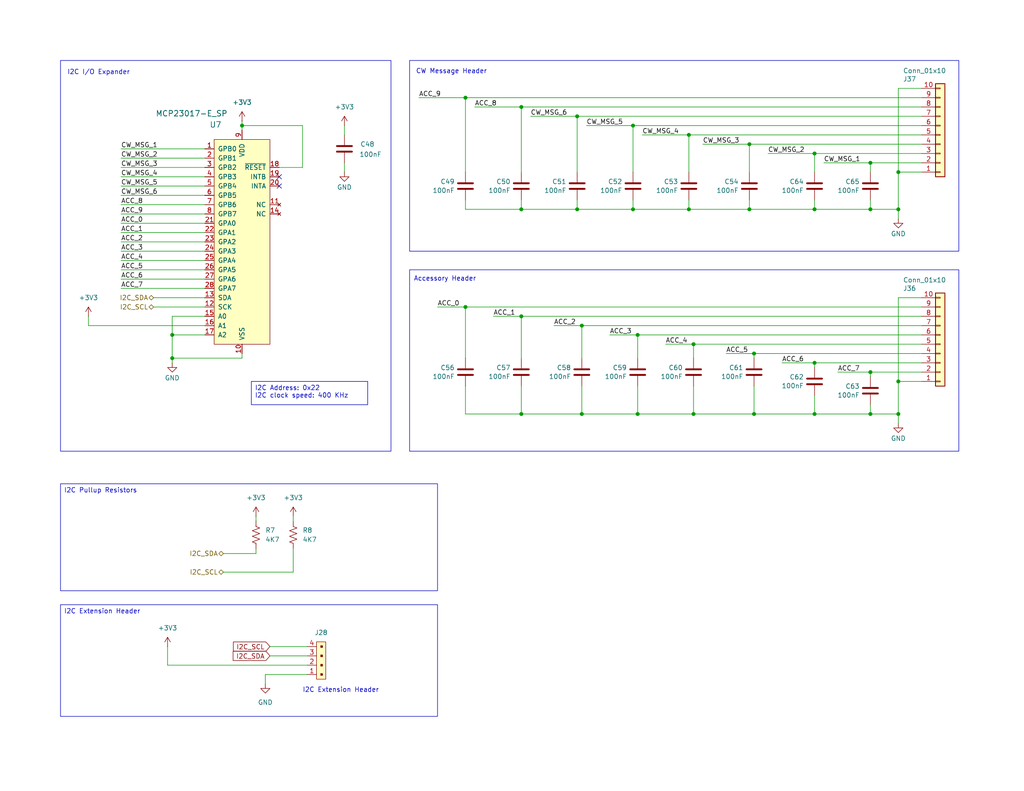
<source format=kicad_sch>
(kicad_sch (version 20250114) (generator "eeschema") (generator_version "9.0")
  (paper "USLetter")
  (title_block (title "KD0RC TeensyMaestro") (date "2025-07-27") (rev "v3.0") (company "NV0E") (comment 1 "Based on original design by KD0RC.") (comment 3 "PCB design by NV0E"))
  (lib_symbols
    (symbol "Connector_Generic:Conn_01x10" (pin_names (offset 1.016) (hide yes))
      (property "Reference" "J" (at 0 12.7 0))
      (property "Value" "Conn_01x10" (at 0 -15.24 0))
      (symbol "Conn_01x10_1_1"
        (rectangle (start -1.27 11.43) (end 1.27 -13.97) (stroke (width 0.254)) (fill (type background)))
        (rectangle (start -1.27 10.287) (end 0 10.033) (stroke (width 0.1524)))
        (rectangle (start -1.27 7.747) (end 0 7.493) (stroke (width 0.1524)))
        (rectangle (start -1.27 5.207) (end 0 4.953) (stroke (width 0.1524)))
        (rectangle (start -1.27 2.667) (end 0 2.413) (stroke (width 0.1524)))
        (rectangle (start -1.27 0.127) (end 0 -0.127) (stroke (width 0.1524)))
        (rectangle (start -1.27 -2.413) (end 0 -2.667) (stroke (width 0.1524)))
        (rectangle (start -1.27 -4.953) (end 0 -5.207) (stroke (width 0.1524)))
        (rectangle (start -1.27 -7.493) (end 0 -7.747) (stroke (width 0.1524)))
        (rectangle (start -1.27 -10.033) (end 0 -10.287) (stroke (width 0.1524)))
        (rectangle (start -1.27 -12.573) (end 0 -12.827) (stroke (width 0.1524)))
        (pin passive line (at -5.08 10.16 0) (length 3.81) (name "Pin_1") (number "1"))
        (pin passive line (at -5.08 7.62 0) (length 3.81) (name "Pin_2") (number "2"))
        (pin passive line (at -5.08 5.08 0) (length 3.81) (name "Pin_3") (number "3"))
        (pin passive line (at -5.08 2.54 0) (length 3.81) (name "Pin_4") (number "4"))
        (pin passive line (at -5.08 0 0) (length 3.81) (name "Pin_5") (number "5"))
        (pin passive line (at -5.08 -2.54 0) (length 3.81) (name "Pin_6") (number "6"))
        (pin passive line (at -5.08 -5.08 0) (length 3.81) (name "Pin_7") (number "7"))
        (pin passive line (at -5.08 -7.62 0) (length 3.81) (name "Pin_8") (number "8"))
        (pin passive line (at -5.08 -10.16 0) (length 3.81) (name "Pin_9") (number "9"))
        (pin passive line (at -5.08 -12.7 0) (length 3.81) (name "Pin_10") (number "10"))
      )
    )
    (symbol "Device:C" (pin_numbers (hide yes)) (pin_names (offset 0.254))
      (property "Reference" "C" (at 0.635 2.54 0))
      (property "Value" "C" (at 0.635 -2.54 0))
      (symbol "C_0_1"
        (polyline (pts (xy -2.032 0.762) (xy 2.032 0.762)) (stroke (width 0.508)))
        (polyline (pts (xy -2.032 -0.762) (xy 2.032 -0.762)) (stroke (width 0.508)))
      )
      (symbol "C_1_1"
        (pin passive line (at 0 3.81 270) (length 2.794) (name "~") (number "1"))
        (pin passive line (at 0 -3.81 90) (length 2.794) (name "~") (number "2"))
      )
    )
    (symbol "Device:R_US" (pin_numbers (hide yes)) (pin_names (offset 0))
      (property "Reference" "R" (at 2.54 0 90))
      (property "Value" "R_US" (at -2.54 0 90))
      (symbol "R_US_0_1"
        (polyline (pts (xy 0 2.286) (xy 0 2.54)))
        (polyline (pts (xy 0 2.286) (xy 1.016 1.905) (xy 0 1.524) (xy -1.016 1.143) (xy 0 0.762)))
        (polyline (pts (xy 0 0.762) (xy 1.016 0.381) (xy 0 0) (xy -1.016 -0.381) (xy 0 -0.762)))
        (polyline (pts (xy 0 -0.762) (xy 1.016 -1.143) (xy 0 -1.524) (xy -1.016 -1.905) (xy 0 -2.286)))
        (polyline (pts (xy 0 -2.286) (xy 0 -2.54)))
      )
      (symbol "R_US_1_1"
        (pin passive line (at 0 3.81 270) (length 1.27) (name "~") (number "1"))
        (pin passive line (at 0 -3.81 90) (length 1.27) (name "~") (number "2"))
      )
    )
    (symbol "dk_Interface-I-O-Expanders:MCP23017-E_SP" (pin_names (offset 1.016))
      (property "Reference" "U" (at -2.54 19.05 0))
      (property "Value" "MCP23017-E_SP" (at 5.08 -17.78 90))
      (symbol "MCP23017-E_SP_0_1"
        (rectangle (start -5.08 17.78) (end 10.16 -38.1) (fill (type background)))
      )
      (symbol "MCP23017-E_SP_1_1"
        (pin bidirectional line (at -7.62 15.24 0) (length 2.54) (name "GPB0") (number "1"))
        (pin bidirectional line (at -7.62 12.7 0) (length 2.54) (name "GPB1") (number "2"))
        (pin bidirectional line (at -7.62 10.16 0) (length 2.54) (name "GPB2") (number "3"))
        (pin bidirectional line (at -7.62 7.62 0) (length 2.54) (name "GPB3") (number "4"))
        (pin bidirectional line (at -7.62 5.08 0) (length 2.54) (name "GPB4") (number "5"))
        (pin bidirectional line (at -7.62 2.54 0) (length 2.54) (name "GPB5") (number "6"))
        (pin bidirectional line (at -7.62 0 0) (length 2.54) (name "GPB6") (number "7"))
        (pin bidirectional line (at -7.62 -2.54 0) (length 2.54) (name "GPB7") (number "8"))
        (pin bidirectional line (at -7.62 -5.08 0) (length 2.54) (name "GPA0") (number "21"))
        (pin bidirectional line (at -7.62 -7.62 0) (length 2.54) (name "GPA1") (number "22"))
        (pin bidirectional line (at -7.62 -10.16 0) (length 2.54) (name "GPA2") (number "23"))
        (pin bidirectional line (at -7.62 -12.7 0) (length 2.54) (name "GPA3") (number "24"))
        (pin bidirectional line (at -7.62 -15.24 0) (length 2.54) (name "GPA4") (number "25"))
        (pin bidirectional line (at -7.62 -17.78 0) (length 2.54) (name "GPA5") (number "26"))
        (pin bidirectional line (at -7.62 -20.32 0) (length 2.54) (name "GPA6") (number "27"))
        (pin bidirectional line (at -7.62 -22.86 0) (length 2.54) (name "GPA7") (number "28"))
        (pin bidirectional line (at -7.62 -25.4 0) (length 2.54) (name "SDA") (number "13"))
        (pin input line (at -7.62 -27.94 0) (length 2.54) (name "SCK") (number "12"))
        (pin input line (at -7.62 -30.48 0) (length 2.54) (name "A0") (number "15"))
        (pin input line (at -7.62 -33.02 0) (length 2.54) (name "A1") (number "16"))
        (pin input line (at -7.62 -35.56 0) (length 2.54) (name "A2") (number "17"))
        (pin power_in line (at 2.54 20.32 270) (length 2.54) (name "VDD") (number "9"))
        (pin power_in line (at 2.54 -40.64 90) (length 2.54) (name "VSS") (number "10"))
        (pin output line (at 12.7 10.16 180) (length 2.54) (name "~{RESET}") (number "18"))
        (pin output line (at 12.7 7.62 180) (length 2.54) (name "INTB") (number "19"))
        (pin output line (at 12.7 5.08 180) (length 2.54) (name "INTA") (number "20"))
        (pin no_connect line (at 12.7 0 180) (length 2.54) (name "NC") (number "11"))
        (pin no_connect line (at 12.7 -2.54 180) (length 2.54) (name "NC") (number "14"))
      )
    )
    (symbol "dk_Rectangular-Connectors-Headers-Male-Pins:B4B-PH-K-S_LF__SN_" (pin_names (offset 1.016))
      (property "Reference" "J" (at -2.54 -1.27 0))
      (property "Value" "B4B-PH-K-S_LF__SN_" (at 3.81 -3.81 0))
      (symbol "B4B-PH-K-S_LF__SN__1_1"
        (rectangle (start -1.27 0) (end 8.89 -2.54) (fill (type background)))
        (rectangle (start -0.254 -1.143) (end 0.254 -1.651) (fill (type outline)))
        (rectangle (start 2.286 -1.143) (end 2.794 -1.651) (fill (type outline)))
        (rectangle (start 4.826 -1.143) (end 5.334 -1.651) (fill (type outline)))
        (rectangle (start 7.366 -1.143) (end 7.874 -1.651) (fill (type outline)))
        (pin passive line (at 0 2.54 270) (length 2.54) (name "~") (number "1"))
        (pin passive line (at 2.54 2.54 270) (length 2.54) (name "~") (number "2"))
        (pin passive line (at 5.08 2.54 270) (length 2.54) (name "~") (number "3"))
        (pin passive line (at 7.62 2.54 270) (length 2.54) (name "~") (number "4"))
      )
    )
    (symbol "power:+3.3V" (power) (pin_numbers (hide yes)) (pin_names (offset 0) (hide yes))
      (property "Value" "+3.3V" (at 0 3.556 0))
      (symbol "+3.3V_0_1"
        (polyline (pts (xy -0.762 1.27) (xy 0 2.54)))
        (polyline (pts (xy 0 2.54) (xy 0.762 1.27)))
        (polyline (pts (xy 0 0) (xy 0 2.54)))
      )
      (symbol "+3.3V_1_1"
        (pin power_in line (at 0 0 90) (length 0) (name "~") (number "1"))
      )
    )
    (symbol "power:GND" (power) (pin_numbers (hide yes)) (pin_names (offset 0) (hide yes))
      (property "Value" "GND" (at 0 -3.81 0))
      (symbol "GND_0_1"
        (polyline (pts (xy 0 0) (xy 0 -1.27) (xy 1.27 -1.27) (xy 0 -2.54) (xy -1.27 -1.27) (xy 0 -1.27)))
      )
      (symbol "GND_1_1"
        (pin power_in line (at 0 0 270) (length 0) (name "~") (number "1"))
      )
    )
  )
  (rectangle (start 111.76 73.66) (end 261.62 123.19))
  (rectangle (start 16.51 16.51) (end 106.68 123.19))
  (rectangle (start 111.76 16.51) (end 261.62 68.58))
  (text "Accessory Header" (at 121.412 76.2 0) (effects (font (size 1.27 1.27))))
  (text "I2C Extension Header" (at 82.55 189.23 0) (effects (font (size 1.27 1.27)) (justify left bottom)))
  (text "I2C I/O Expander" (at 26.924 19.812 0) (effects (font (size 1.27 1.27))))
  (text "CW Message Header" (at 123.19 19.558 0) (effects (font (size 1.27 1.27))))
  (text_box "I2C Extension Header" (at 16.51 165.1 0) (size 102.87 30.48) (margins 0.9525 0.9525 0.9525 0.9525) (effects (font (size 1.27 1.27)) (justify left top)))
  (text_box "I2C Pullup Resistors" (at 16.51 132.08 0) (size 102.87 29.21) (margins 0.9525 0.9525 0.9525 0.9525) (effects (font (size 1.27 1.27)) (justify left top)))
  (text_box "I2C Address: 0x22\nI2C clock speed: 400 KHz" (at 68.58 104.14 0) (size 31.75 6.35) (margins 0.9525 0.9525 0.9525 0.9525) (effects (font (size 1.27 1.27)) (justify left top)))
  (junction (at 46.99 97.79))
  (junction (at 222.25 99.06))
  (junction (at 127 83.82))
  (junction (at 245.11 57.15))
  (junction (at 187.96 57.15))
  (junction (at 46.99 91.44))
  (junction (at 237.49 101.6))
  (junction (at 237.49 113.03))
  (junction (at 222.25 41.91))
  (junction (at 173.99 91.44))
  (junction (at 245.11 113.03))
  (junction (at 205.74 96.52))
  (junction (at 172.72 57.15))
  (junction (at 158.75 88.9))
  (junction (at 127 26.67))
  (junction (at 222.25 113.03))
  (junction (at 204.47 57.15))
  (junction (at 172.72 34.29))
  (junction (at 237.49 57.15))
  (junction (at 157.48 31.75))
  (junction (at 189.23 113.03))
  (junction (at 158.75 113.03))
  (junction (at 142.24 86.36))
  (junction (at 245.11 104.14))
  (junction (at 142.24 57.15))
  (junction (at 205.74 113.03))
  (junction (at 142.24 29.21))
  (junction (at 142.24 113.03))
  (junction (at 245.11 46.99))
  (junction (at 204.47 39.37))
  (junction (at 157.48 57.15))
  (junction (at 173.99 113.03))
  (junction (at 66.04 34.29))
  (junction (at 237.49 44.45))
  (junction (at 189.23 93.98))
  (junction (at 222.25 57.15))
  (junction (at 187.96 36.83))
  (no_connect (at 76.2 48.26))
  (no_connect (at 76.2 50.8))
  (wire (pts (xy 222.25 99.06) (xy 251.46 99.06)))
  (wire (pts (xy 69.85 140.97) (xy 69.85 142.24)))
  (wire (pts (xy 189.23 97.79) (xy 189.23 93.98)))
  (wire (pts (xy 237.49 54.61) (xy 237.49 57.15)))
  (wire (pts (xy 60.96 151.13) (xy 69.85 151.13)))
  (wire (pts (xy 245.11 113.03) (xy 245.11 115.57)))
  (wire (pts (xy 157.48 54.61) (xy 157.48 57.15)))
  (wire (pts (xy 222.25 113.03) (xy 237.49 113.03)))
  (wire (pts (xy 205.74 113.03) (xy 222.25 113.03)))
  (wire (pts (xy 187.96 36.83) (xy 251.46 36.83)))
  (wire (pts (xy 46.99 97.79) (xy 46.99 99.06)))
  (wire (pts (xy 160.02 34.29) (xy 172.72 34.29)))
  (wire (pts (xy 245.11 104.14) (xy 245.11 113.03)))
  (wire (pts (xy 204.47 54.61) (xy 204.47 57.15)))
  (wire (pts (xy 142.24 46.99) (xy 142.24 29.21)))
  (wire (pts (xy 33.02 73.66) (xy 55.88 73.66)))
  (wire (pts (xy 55.88 86.36) (xy 46.99 86.36)))
  (wire (pts (xy 173.99 113.03) (xy 189.23 113.03)))
  (wire (pts (xy 173.99 91.44) (xy 251.46 91.44)))
  (wire (pts (xy 142.24 57.15) (xy 157.48 57.15)))
  (wire (pts (xy 127 57.15) (xy 127 54.61)))
  (wire (pts (xy 181.61 93.98) (xy 189.23 93.98)))
  (wire (pts (xy 157.48 31.75) (xy 251.46 31.75)))
  (wire (pts (xy 66.04 97.79) (xy 46.99 97.79)))
  (wire (pts (xy 245.11 104.14) (xy 251.46 104.14)))
  (wire (pts (xy 151.13 88.9) (xy 158.75 88.9)))
  (wire (pts (xy 158.75 88.9) (xy 251.46 88.9)))
  (wire (pts (xy 205.74 105.41) (xy 205.74 113.03)))
  (wire (pts (xy 127 46.99) (xy 127 26.67)))
  (wire (pts (xy 69.85 151.13) (xy 69.85 149.86)))
  (wire (pts (xy 237.49 44.45) (xy 251.46 44.45)))
  (wire (pts (xy 245.11 46.99) (xy 245.11 57.15)))
  (wire (pts (xy 41.91 83.82) (xy 55.88 83.82)))
  (wire (pts (xy 237.49 113.03) (xy 245.11 113.03)))
  (wire (pts (xy 175.26 36.83) (xy 187.96 36.83)))
  (wire (pts (xy 222.25 107.95) (xy 222.25 113.03)))
  (wire (pts (xy 205.74 97.79) (xy 205.74 96.52)))
  (wire (pts (xy 245.11 24.13) (xy 245.11 46.99)))
  (wire (pts (xy 127 26.67) (xy 251.46 26.67)))
  (wire (pts (xy 157.48 57.15) (xy 172.72 57.15)))
  (wire (pts (xy 209.55 41.91) (xy 222.25 41.91)))
  (wire (pts (xy 33.02 50.8) (xy 55.88 50.8)))
  (wire (pts (xy 33.02 66.04) (xy 55.88 66.04)))
  (wire (pts (xy 142.24 57.15) (xy 127 57.15)))
  (wire (pts (xy 142.24 29.21) (xy 251.46 29.21)))
  (wire (pts (xy 33.02 45.72) (xy 55.88 45.72)))
  (wire (pts (xy 80.01 149.86) (xy 80.01 156.21)))
  (wire (pts (xy 222.25 99.06) (xy 222.25 100.33)))
  (wire (pts (xy 142.24 54.61) (xy 142.24 57.15)))
  (wire (pts (xy 204.47 39.37) (xy 251.46 39.37)))
  (wire (pts (xy 205.74 96.52) (xy 251.46 96.52)))
  (wire (pts (xy 228.6 101.6) (xy 237.49 101.6)))
  (wire (pts (xy 46.99 91.44) (xy 46.99 97.79)))
  (wire (pts (xy 73.66 176.53) (xy 83.82 176.53)))
  (wire (pts (xy 222.25 46.99) (xy 222.25 41.91)))
  (wire (pts (xy 157.48 46.99) (xy 157.48 31.75)))
  (wire (pts (xy 83.82 184.15) (xy 72.39 184.15)))
  (wire (pts (xy 114.3 26.67) (xy 127 26.67)))
  (wire (pts (xy 82.55 45.72) (xy 82.55 34.29)))
  (wire (pts (xy 73.66 179.07) (xy 83.82 179.07)))
  (wire (pts (xy 33.02 43.18) (xy 55.88 43.18)))
  (wire (pts (xy 187.96 54.61) (xy 187.96 57.15)))
  (wire (pts (xy 187.96 46.99) (xy 187.96 36.83)))
  (wire (pts (xy 33.02 40.64) (xy 55.88 40.64)))
  (wire (pts (xy 204.47 57.15) (xy 222.25 57.15)))
  (wire (pts (xy 83.82 181.61) (xy 45.72 181.61)))
  (wire (pts (xy 187.96 57.15) (xy 204.47 57.15)))
  (wire (pts (xy 46.99 86.36) (xy 46.99 91.44)))
  (wire (pts (xy 127 97.79) (xy 127 83.82)))
  (wire (pts (xy 172.72 57.15) (xy 187.96 57.15)))
  (wire (pts (xy 158.75 97.79) (xy 158.75 88.9)))
  (wire (pts (xy 33.02 76.2) (xy 55.88 76.2)))
  (wire (pts (xy 189.23 93.98) (xy 251.46 93.98)))
  (wire (pts (xy 33.02 55.88) (xy 55.88 55.88)))
  (wire (pts (xy 55.88 88.9) (xy 24.13 88.9)))
  (wire (pts (xy 33.02 71.12) (xy 55.88 71.12)))
  (wire (pts (xy 24.13 88.9) (xy 24.13 86.36)))
  (wire (pts (xy 245.11 24.13) (xy 251.46 24.13)))
  (wire (pts (xy 82.55 34.29) (xy 66.04 34.29)))
  (wire (pts (xy 237.49 57.15) (xy 245.11 57.15)))
  (wire (pts (xy 245.11 57.15) (xy 245.11 59.69)))
  (wire (pts (xy 93.98 44.45) (xy 93.98 46.99)))
  (wire (pts (xy 222.25 57.15) (xy 237.49 57.15)))
  (wire (pts (xy 142.24 113.03) (xy 127 113.03)))
  (wire (pts (xy 172.72 34.29) (xy 251.46 34.29)))
  (wire (pts (xy 237.49 101.6) (xy 237.49 102.87)))
  (wire (pts (xy 33.02 78.74) (xy 55.88 78.74)))
  (wire (pts (xy 204.47 46.99) (xy 204.47 39.37)))
  (wire (pts (xy 142.24 86.36) (xy 251.46 86.36)))
  (wire (pts (xy 172.72 54.61) (xy 172.72 57.15)))
  (wire (pts (xy 237.49 101.6) (xy 251.46 101.6)))
  (wire (pts (xy 142.24 97.79) (xy 142.24 86.36)))
  (wire (pts (xy 198.12 96.52) (xy 205.74 96.52)))
  (wire (pts (xy 41.91 81.28) (xy 55.88 81.28)))
  (wire (pts (xy 173.99 97.79) (xy 173.99 91.44)))
  (wire (pts (xy 166.37 91.44) (xy 173.99 91.44)))
  (wire (pts (xy 237.49 44.45) (xy 237.49 46.99)))
  (wire (pts (xy 80.01 140.97) (xy 80.01 142.24)))
  (wire (pts (xy 127 83.82) (xy 251.46 83.82)))
  (wire (pts (xy 158.75 113.03) (xy 173.99 113.03)))
  (wire (pts (xy 119.38 83.82) (xy 127 83.82)))
  (wire (pts (xy 33.02 63.5) (xy 55.88 63.5)))
  (wire (pts (xy 129.54 29.21) (xy 142.24 29.21)))
  (wire (pts (xy 251.46 81.28) (xy 245.11 81.28)))
  (wire (pts (xy 33.02 68.58) (xy 55.88 68.58)))
  (wire (pts (xy 76.2 45.72) (xy 82.55 45.72)))
  (wire (pts (xy 127 113.03) (xy 127 105.41)))
  (wire (pts (xy 93.98 34.29) (xy 93.98 36.83)))
  (wire (pts (xy 245.11 81.28) (xy 245.11 104.14)))
  (wire (pts (xy 189.23 113.03) (xy 205.74 113.03)))
  (wire (pts (xy 33.02 58.42) (xy 55.88 58.42)))
  (wire (pts (xy 189.23 105.41) (xy 189.23 113.03)))
  (wire (pts (xy 80.01 156.21) (xy 60.96 156.21)))
  (wire (pts (xy 33.02 48.26) (xy 55.88 48.26)))
  (wire (pts (xy 213.36 99.06) (xy 222.25 99.06)))
  (wire (pts (xy 144.78 31.75) (xy 157.48 31.75)))
  (wire (pts (xy 172.72 46.99) (xy 172.72 34.29)))
  (wire (pts (xy 173.99 105.41) (xy 173.99 113.03)))
  (wire (pts (xy 134.62 86.36) (xy 142.24 86.36)))
  (wire (pts (xy 72.39 184.15) (xy 72.39 186.69)))
  (wire (pts (xy 66.04 33.02) (xy 66.04 34.29)))
  (wire (pts (xy 66.04 96.52) (xy 66.04 97.79)))
  (wire (pts (xy 45.72 176.53) (xy 45.72 181.61)))
  (wire (pts (xy 142.24 105.41) (xy 142.24 113.03)))
  (wire (pts (xy 245.11 46.99) (xy 251.46 46.99)))
  (wire (pts (xy 191.77 39.37) (xy 204.47 39.37)))
  (wire (pts (xy 33.02 53.34) (xy 55.88 53.34)))
  (wire (pts (xy 237.49 110.49) (xy 237.49 113.03)))
  (wire (pts (xy 158.75 105.41) (xy 158.75 113.03)))
  (wire (pts (xy 222.25 54.61) (xy 222.25 57.15)))
  (wire (pts (xy 66.04 34.29) (xy 66.04 35.56)))
  (wire (pts (xy 224.79 44.45) (xy 237.49 44.45)))
  (wire (pts (xy 46.99 91.44) (xy 55.88 91.44)))
  (wire (pts (xy 222.25 41.91) (xy 251.46 41.91)))
  (wire (pts (xy 142.24 113.03) (xy 158.75 113.03)))
  (wire (pts (xy 33.02 60.96) (xy 55.88 60.96)))
  (label "ACC_0" (at 33.02 60.96 0))
  (label "CW_MSG_2" (at 33.02 43.18 0))
  (label "ACC_4" (at 181.61 93.98 0))
  (label "ACC_4" (at 33.02 71.12 0))
  (label "ACC_3" (at 166.37 91.44 0))
  (label "ACC_3" (at 33.02 68.58 0))
  (label "ACC_6" (at 33.02 76.2 0))
  (label "ACC_9" (at 33.02 58.42 0))
  (label "ACC_0" (at 119.38 83.82 0))
  (label "ACC_2" (at 33.02 66.04 0))
  (label "ACC_7" (at 228.6 101.6 0))
  (label "ACC_2" (at 151.13 88.9 0))
  (label "CW_MSG_6" (at 144.78 31.75 0))
  (label "ACC_9" (at 114.3 26.67 0))
  (label "CW_MSG_2" (at 209.55 41.91 0))
  (label "ACC_1" (at 134.62 86.36 0))
  (label "CW_MSG_3" (at 33.02 45.72 0))
  (label "ACC_5" (at 33.02 73.66 0))
  (label "CW_MSG_5" (at 160.02 34.29 0))
  (label "ACC_5" (at 198.12 96.52 0))
  (label "CW_MSG_4" (at 33.02 48.26 0))
  (label "CW_MSG_1" (at 224.79 44.45 0))
  (label "CW_MSG_1" (at 33.02 40.64 0))
  (label "CW_MSG_6" (at 33.02 53.34 0))
  (label "CW_MSG_3" (at 191.77 39.37 0))
  (label "ACC_8" (at 33.02 55.88 0))
  (label "ACC_6" (at 213.36 99.06 0))
  (label "ACC_8" (at 129.54 29.21 0))
  (label "CW_MSG_4" (at 175.26 36.83 0))
  (label "CW_MSG_5" (at 33.02 50.8 0))
  (label "ACC_7" (at 33.02 78.74 0))
  (label "ACC_1" (at 33.02 63.5 0))
  (global_label "I2C_SDA" (shape input) (at 73.66 179.07 180) (property "Intersheetrefs" "${INTERSHEET_REFS}" (effects (hide yes))))
  (global_label "I2C_SCL" (shape input) (at 73.66 176.53 180) (property "Intersheetrefs" "${INTERSHEET_REFS}" (effects (hide yes))))
  (hierarchical_label "I2C_SCL" (shape bidirectional) (at 60.96 156.21 180))
  (hierarchical_label "I2C_SDA" (shape bidirectional) (at 41.91 81.28 180))
  (hierarchical_label "I2C_SCL" (shape bidirectional) (at 41.91 83.82 180))
  (hierarchical_label "I2C_SDA" (shape bidirectional) (at 60.96 151.13 180))
  (symbol (lib_id "Device:C") (at 204.47 50.8 0) (mirror y) (unit 1)
    (property "Reference" "C54" (at 201.549 49.5878 0) (effects (justify left)))
    (property "Value" "100nF" (at 201.549 52.0121 0) (effects (justify left)))
    (property "Footprint" "Capacitor_THT:C_Disc_D5.0mm_W2.5mm_P5.00mm" (effects (hide yes)))
    (property "Description" "Unpolarized capacitor" (effects (hide yes)))
  )
  (symbol (lib_id "power:+3.3V") (at 69.85 140.97 0) (unit 1)
    (property "Reference" "#PWR053" (effects (hide yes)))
    (property "Value" "+3V3" (at 69.85 135.89 0))
  )
  (symbol (lib_id "power:+3.3V") (at 93.98 34.29 0) (unit 1)
    (property "Reference" "#PWR050" (effects (hide yes)))
    (property "Value" "+3V3" (at 93.98 29.21 0))
  )
  (symbol (lib_id "Device:R_US") (at 80.01 146.05 180) (unit 1)
    (property "Reference" "R8" (at 82.55 144.7799 0) (effects (justify right)))
    (property "Value" "4K7" (at 82.55 147.3199 0) (effects (justify right)))
    (property "Footprint" "Resistor_THT:R_Axial_DIN0207_L6.3mm_D2.5mm_P10.16mm_Horizontal" (effects (hide yes)))
  )
  (symbol (lib_id "Device:C") (at 158.75 101.6 0) (mirror y) (unit 1)
    (property "Reference" "C58" (at 155.829 100.3878 0) (effects (justify left)))
    (property "Value" "100nF" (at 155.829 102.8121 0) (effects (justify left)))
    (property "Footprint" "Capacitor_THT:C_Disc_D5.0mm_W2.5mm_P5.00mm" (effects (hide yes)))
    (property "Description" "Unpolarized capacitor" (effects (hide yes)))
  )
  (symbol (lib_id "Device:C") (at 187.96 50.8 0) (mirror y) (unit 1)
    (property "Reference" "C53" (at 185.039 49.5878 0) (effects (justify left)))
    (property "Value" "100nF" (at 185.039 52.0121 0) (effects (justify left)))
    (property "Footprint" "Capacitor_THT:C_Disc_D5.0mm_W2.5mm_P5.00mm" (effects (hide yes)))
    (property "Description" "Unpolarized capacitor" (effects (hide yes)))
  )
  (symbol (lib_id "power:GND") (at 245.11 59.69 0) (mirror y) (unit 1) (on_board no)
    (property "Reference" "#PWR056" (effects (hide yes)))
    (property "Value" "GND" (at 245.11 63.8231 0))
    (property "Description" "Power symbol creates a global label with name \"GND\" , ground" (effects (hide yes)))
  )
  (symbol (lib_id "Device:C") (at 157.48 50.8 0) (mirror y) (unit 1)
    (property "Reference" "C51" (at 154.559 49.5878 0) (effects (justify left)))
    (property "Value" "100nF" (at 154.559 52.0121 0) (effects (justify left)))
    (property "Footprint" "Capacitor_THT:C_Disc_D5.0mm_W2.5mm_P5.00mm" (effects (hide yes)))
    (property "Description" "Unpolarized capacitor" (effects (hide yes)))
  )
  (symbol (lib_id "dk_Rectangular-Connectors-Headers-Male-Pins:B4B-PH-K-S_LF__SN_") (at 86.36 184.15 90) (unit 1)
    (property "Reference" "J28" (at 87.63 172.72 90))
    (property "Value" "B4B-PH-K-S_LF__SN_" (effects (hide yes)))
    (property "Footprint" "Connector_JST:JST_XH_B4B-XH-A_1x04_P2.50mm_Vertical" (effects (hide yes)))
    (property "Datasheet" "http://www.jst-mfg.com/product/pdf/eng/ePH.pdf" (effects (hide yes)))
    (property "Description" "CONN HEADER VERT 4POS 2MM" (effects (hide yes)))
    (property "Digi-Key_PN" "455-1706-ND" (effects (hide yes)))
    (property "MPN" "B4B-PH-K-S(LF)(SN)" (effects (hide yes)))
    (property "Category" "Connectors, Interconnects" (effects (hide yes)))
    (property "Family" "Rectangular Connectors - Headers, Male Pins" (effects (hide yes)))
    (property "DK_Datasheet_Link" "http://www.jst-mfg.com/product/pdf/eng/ePH.pdf" (effects (hide yes)))
    (property "DK_Detail_Page" "/product-detail/en/jst-sales-america-inc/B4B-PH-K-S(LF)(SN)/455-1706-ND/926613" (effects (hide yes)))
    (property "Manufacturer" "JST Sales America Inc." (effects (hide yes)))
    (property "Status" "Active" (effects (hide yes)))
  )
  (symbol (lib_id "power:+3.3V") (at 66.04 33.02 0) (unit 1)
    (property "Reference" "#PWR064" (effects (hide yes)))
    (property "Value" "+3V3" (at 66.04 27.94 0))
  )
  (symbol (lib_id "Device:C") (at 127 101.6 0) (mirror y) (unit 1)
    (property "Reference" "C56" (at 124.079 100.3878 0) (effects (justify left)))
    (property "Value" "100nF" (at 124.079 102.8121 0) (effects (justify left)))
    (property "Footprint" "Capacitor_THT:C_Disc_D5.0mm_W2.5mm_P5.00mm" (effects (hide yes)))
    (property "Description" "Unpolarized capacitor" (effects (hide yes)))
  )
  (symbol (lib_id "Device:C") (at 237.49 106.68 0) (mirror y) (unit 1)
    (property "Reference" "C63" (at 234.569 105.4678 0) (effects (justify left)))
    (property "Value" "100nF" (at 234.569 107.8921 0) (effects (justify left)))
    (property "Footprint" "Capacitor_THT:C_Disc_D5.0mm_W2.5mm_P5.00mm" (effects (hide yes)))
    (property "Description" "Unpolarized capacitor" (effects (hide yes)))
  )
  (symbol (lib_id "Device:C") (at 142.24 101.6 0) (mirror y) (unit 1)
    (property "Reference" "C57" (at 139.319 100.3878 0) (effects (justify left)))
    (property "Value" "100nF" (at 139.319 102.8121 0) (effects (justify left)))
    (property "Footprint" "Capacitor_THT:C_Disc_D5.0mm_W2.5mm_P5.00mm" (effects (hide yes)))
    (property "Description" "Unpolarized capacitor" (effects (hide yes)))
  )
  (symbol (lib_id "Device:C") (at 222.25 104.14 0) (mirror y) (unit 1)
    (property "Reference" "C62" (at 219.329 102.9278 0) (effects (justify left)))
    (property "Value" "100nF" (at 219.329 105.3521 0) (effects (justify left)))
    (property "Footprint" "Capacitor_THT:C_Disc_D5.0mm_W2.5mm_P5.00mm" (effects (hide yes)))
    (property "Description" "Unpolarized capacitor" (effects (hide yes)))
  )
  (symbol (lib_id "power:+3.3V") (at 80.01 140.97 0) (unit 1)
    (property "Reference" "#PWR055" (effects (hide yes)))
    (property "Value" "+3V3" (at 80.01 135.89 0))
  )
  (symbol (lib_id "dk_Interface-I-O-Expanders:MCP23017-E_SP") (at 63.5 55.88 0) (unit 1)
    (property "Reference" "U7" (at 57.15 34.036 0) (effects (font (size 1.524 1.524)) (justify left)))
    (property "Value" "MCP23017-E_SP" (at 42.418 30.988 0) (effects (font (size 1.524 1.524)) (justify left)))
    (property "Footprint" "Package_DIP:DIP-28_W7.62mm_Socket_LongPads" (effects (hide yes)))
    (property "Datasheet" "http://www.microchip.com/mymicrochip/filehandler.aspx?ddocname=en023709" (effects (hide yes)))
    (property "Description" "IC I/O EXPANDER I2C 16B 28SDIP" (effects (hide yes)))
    (property "Digi-Key_PN" "MCP23017-E/SP-ND" (effects (hide yes)))
    (property "MPN" "MCP23017-E/SP" (effects (hide yes)))
    (property "Category" "Integrated Circuits (ICs)" (effects (hide yes)))
    (property "Family" "Interface - I/O Expanders" (effects (hide yes)))
    (property "DK_Datasheet_Link" "http://www.microchip.com/mymicrochip/filehandler.aspx?ddocname=en023709" (effects (hide yes)))
    (property "DK_Detail_Page" "/product-detail/en/microchip-technology/MCP23017-E-SP/MCP23017-E-SP-ND/894272" (effects (hide yes)))
    (property "Description_1" "IC I/O EXPANDER I2C 16B 28SDIP" (effects (hide yes)))
    (property "Manufacturer" "Microchip Technology" (effects (hide yes)))
    (property "Status" "Active" (effects (hide yes)))
  )
  (symbol (lib_id "Connector_Generic:Conn_01x10") (at 256.54 93.98 0) (mirror x) (unit 1)
    (property "Reference" "J36" (at 246.38 78.74 0) (effects (justify left)))
    (property "Value" "Conn_01x10" (at 246.38 76.454 0) (effects (justify left)))
    (property "Footprint" "Connector_JST:JST_XH_B10B-XH-A_1x10_P2.50mm_Vertical" (effects (hide yes)))
    (property "Description" "Generic connector, single row, 01x10, script generated (kicad-library-utils/schlib/autogen/connector/)" (effects (hide yes)))
  )
  (symbol (lib_id "Device:R_US") (at 69.85 146.05 180) (unit 1)
    (property "Reference" "R7" (at 72.39 144.7799 0) (effects (justify right)))
    (property "Value" "4K7" (at 72.39 147.3199 0) (effects (justify right)))
    (property "Footprint" "Resistor_THT:R_Axial_DIN0207_L6.3mm_D2.5mm_P10.16mm_Horizontal" (effects (hide yes)))
  )
  (symbol (lib_id "Device:C") (at 237.49 50.8 0) (mirror y) (unit 1)
    (property "Reference" "C65" (at 234.569 49.5878 0) (effects (justify left)))
    (property "Value" "100nF" (at 234.569 52.0121 0) (effects (justify left)))
    (property "Footprint" "Capacitor_THT:C_Disc_D5.0mm_W2.5mm_P5.00mm" (effects (hide yes)))
    (property "Description" "Unpolarized capacitor" (effects (hide yes)))
  )
  (symbol (lib_id "power:GND") (at 72.39 186.69 0) (mirror y) (unit 1)
    (property "Reference" "#PWR054" (effects (hide yes)))
    (property "Value" "GND" (at 72.39 191.77 0))
  )
  (symbol (lib_id "Device:C") (at 93.98 40.64 0) (unit 1)
    (property "Reference" "C48" (at 98.298 39.37 0) (effects (justify left)))
    (property "Value" "100nF" (at 98.044 42.164 0) (effects (justify left)))
    (property "Footprint" "Capacitor_THT:C_Disc_D5.0mm_W2.5mm_P5.00mm" (effects (hide yes)))
    (property "Description" "Unpolarized capacitor" (effects (hide yes)))
  )
  (symbol (lib_id "power:GND") (at 93.98 46.99 0) (unit 1)
    (property "Reference" "#PWR051" (effects (hide yes)))
    (property "Value" "GND" (at 93.98 51.1231 0))
    (property "Description" "Power symbol creates a global label with name \"GND\" , ground" (effects (hide yes)))
  )
  (symbol (lib_id "Device:C") (at 127 50.8 0) (mirror y) (unit 1)
    (property "Reference" "C49" (at 124.079 49.5878 0) (effects (justify left)))
    (property "Value" "100nF" (at 124.079 52.0121 0) (effects (justify left)))
    (property "Footprint" "Capacitor_THT:C_Disc_D5.0mm_W2.5mm_P5.00mm" (effects (hide yes)))
    (property "Description" "Unpolarized capacitor" (effects (hide yes)))
  )
  (symbol (lib_id "Device:C") (at 222.25 50.8 0) (mirror y) (unit 1)
    (property "Reference" "C64" (at 219.329 49.5878 0) (effects (justify left)))
    (property "Value" "100nF" (at 219.329 52.0121 0) (effects (justify left)))
    (property "Footprint" "Capacitor_THT:C_Disc_D5.0mm_W2.5mm_P5.00mm" (effects (hide yes)))
    (property "Description" "Unpolarized capacitor" (effects (hide yes)))
  )
  (symbol (lib_id "Connector_Generic:Conn_01x10") (at 256.54 36.83 0) (mirror x) (unit 1)
    (property "Reference" "J37" (at 246.38 21.59 0) (effects (justify left)))
    (property "Value" "Conn_01x10" (at 246.38 19.304 0) (effects (justify left)))
    (property "Footprint" "Connector_JST:JST_XH_B10B-XH-A_1x10_P2.50mm_Vertical" (effects (hide yes)))
    (property "Description" "Generic connector, single row, 01x10, script generated (kicad-library-utils/schlib/autogen/connector/)" (effects (hide yes)))
  )
  (symbol (lib_id "power:+3.3V") (at 45.72 176.53 0) (mirror y) (unit 1)
    (property "Reference" "#PWR052" (effects (hide yes)))
    (property "Value" "+3V3" (at 45.72 171.45 0))
  )
  (symbol (lib_id "Device:C") (at 142.24 50.8 0) (mirror y) (unit 1)
    (property "Reference" "C50" (at 139.319 49.5878 0) (effects (justify left)))
    (property "Value" "100nF" (at 139.319 52.0121 0) (effects (justify left)))
    (property "Footprint" "Capacitor_THT:C_Disc_D5.0mm_W2.5mm_P5.00mm" (effects (hide yes)))
    (property "Description" "Unpolarized capacitor" (effects (hide yes)))
  )
  (symbol (lib_id "Device:C") (at 205.74 101.6 0) (mirror y) (unit 1)
    (property "Reference" "C61" (at 202.819 100.3878 0) (effects (justify left)))
    (property "Value" "100nF" (at 202.819 102.8121 0) (effects (justify left)))
    (property "Footprint" "Capacitor_THT:C_Disc_D5.0mm_W2.5mm_P5.00mm" (effects (hide yes)))
    (property "Description" "Unpolarized capacitor" (effects (hide yes)))
  )
  (symbol (lib_id "Device:C") (at 189.23 101.6 0) (mirror y) (unit 1)
    (property "Reference" "C60" (at 186.309 100.3878 0) (effects (justify left)))
    (property "Value" "100nF" (at 186.309 102.8121 0) (effects (justify left)))
    (property "Footprint" "Capacitor_THT:C_Disc_D5.0mm_W2.5mm_P5.00mm" (effects (hide yes)))
    (property "Description" "Unpolarized capacitor" (effects (hide yes)))
  )
  (symbol (lib_id "Device:C") (at 173.99 101.6 0) (mirror y) (unit 1)
    (property "Reference" "C59" (at 171.069 100.3878 0) (effects (justify left)))
    (property "Value" "100nF" (at 171.069 102.8121 0) (effects (justify left)))
    (property "Footprint" "Capacitor_THT:C_Disc_D5.0mm_W2.5mm_P5.00mm" (effects (hide yes)))
    (property "Description" "Unpolarized capacitor" (effects (hide yes)))
  )
  (symbol (lib_id "power:+3.3V") (at 24.13 86.36 0) (unit 1)
    (property "Reference" "#PWR062" (effects (hide yes)))
    (property "Value" "+3V3" (at 24.13 81.28 0))
  )
  (symbol (lib_id "power:GND") (at 46.99 99.06 0) (unit 1)
    (property "Reference" "#PWR063" (effects (hide yes)))
    (property "Value" "GND" (at 46.99 103.1931 0))
    (property "Description" "Power symbol creates a global label with name \"GND\" , ground" (effects (hide yes)))
  )
  (symbol (lib_id "Device:C") (at 172.72 50.8 0) (mirror y) (unit 1)
    (property "Reference" "C52" (at 169.799 49.5878 0) (effects (justify left)))
    (property "Value" "100nF" (at 169.799 52.0121 0) (effects (justify left)))
    (property "Footprint" "Capacitor_THT:C_Disc_D5.0mm_W2.5mm_P5.00mm" (effects (hide yes)))
    (property "Description" "Unpolarized capacitor" (effects (hide yes)))
  )
  (symbol (lib_id "power:GND") (at 245.11 115.57 0) (mirror y) (unit 1) (on_board no)
    (property "Reference" "#PWR039" (effects (hide yes)))
    (property "Value" "GND" (at 245.11 119.7031 0))
    (property "Description" "Power symbol creates a global label with name \"GND\" , ground" (effects (hide yes)))
  )
)
</source>
